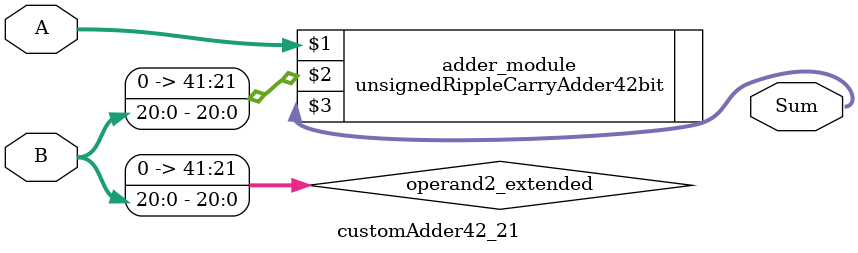
<source format=v>
module customAdder42_21(
                        input [41 : 0] A,
                        input [20 : 0] B,
                        
                        output [42 : 0] Sum
                );

        wire [41 : 0] operand2_extended;
        
        assign operand2_extended =  {21'b0, B};
        
        unsignedRippleCarryAdder42bit adder_module(
            A,
            operand2_extended,
            Sum
        );
        
        endmodule
        
</source>
